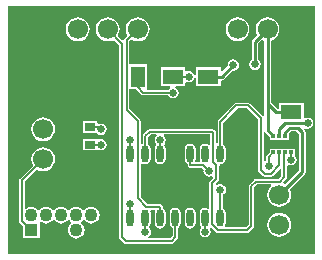
<source format=gbl>
G04 Layer_Physical_Order=2*
G04 Layer_Color=16711680*
%FSLAX44Y44*%
%MOMM*%
G71*
G01*
G75*
%ADD10R,1.8000X1.3000*%
%ADD12C,0.2540*%
%ADD13C,0.1524*%
%ADD15C,1.1000*%
%ADD16R,1.1000X1.1000*%
%ADD17C,1.7000*%
%ADD18C,0.6350*%
%ADD19R,4.0000X3.0000*%
%ADD20O,0.6000X1.4500*%
%ADD21R,0.9000X0.7000*%
%ADD22R,1.3000X1.8000*%
%ADD23R,0.3500X0.3500*%
%ADD24R,1.6000X0.6700*%
G36*
X1730000Y910000D02*
X1470000D01*
Y1120000D01*
X1730000D01*
Y910000D01*
D02*
G37*
%LPC*%
G36*
X1500000Y1000110D02*
X1497383Y999766D01*
X1494945Y998756D01*
X1492851Y997149D01*
X1491244Y995055D01*
X1490234Y992617D01*
X1489890Y990000D01*
X1490234Y987383D01*
X1491244Y984945D01*
X1491420Y984716D01*
X1480442Y973738D01*
X1479937Y972982D01*
X1479759Y972090D01*
Y937910D01*
X1479937Y937018D01*
X1480442Y936262D01*
X1482976Y933727D01*
Y922976D01*
X1497024D01*
Y935885D01*
X1497024Y936601D01*
X1498147Y937307D01*
X1498250Y937261D01*
X1499158Y936564D01*
X1500866Y935856D01*
X1502700Y935615D01*
X1504534Y935856D01*
X1506242Y936564D01*
X1507710Y937690D01*
X1508253Y938399D01*
X1509847D01*
X1510390Y937690D01*
X1511858Y936564D01*
X1513566Y935856D01*
X1515400Y935615D01*
X1517234Y935856D01*
X1518942Y936564D01*
X1520410Y937690D01*
X1520953Y938399D01*
X1522547D01*
X1523091Y937690D01*
X1523799Y937147D01*
Y935553D01*
X1523091Y935009D01*
X1521965Y933542D01*
X1521257Y931833D01*
X1521015Y930000D01*
X1521257Y928166D01*
X1521965Y926457D01*
X1523091Y924990D01*
X1524558Y923864D01*
X1526266Y923157D01*
X1528100Y922915D01*
X1529934Y923157D01*
X1531642Y923864D01*
X1533110Y924990D01*
X1534236Y926457D01*
X1534943Y928166D01*
X1535185Y930000D01*
X1534943Y931833D01*
X1534236Y933542D01*
X1533110Y935009D01*
X1532401Y935553D01*
Y937147D01*
X1533110Y937690D01*
X1533653Y938399D01*
X1535247D01*
X1535791Y937690D01*
X1537258Y936564D01*
X1538966Y935856D01*
X1540800Y935615D01*
X1542634Y935856D01*
X1544342Y936564D01*
X1545810Y937690D01*
X1546935Y939157D01*
X1547643Y940866D01*
X1547885Y942700D01*
X1547643Y944533D01*
X1546935Y946242D01*
X1545810Y947709D01*
X1544342Y948835D01*
X1542634Y949543D01*
X1540800Y949784D01*
X1538966Y949543D01*
X1537258Y948835D01*
X1535791Y947709D01*
X1535247Y947001D01*
X1533653D01*
X1533110Y947709D01*
X1531642Y948835D01*
X1529934Y949543D01*
X1528100Y949784D01*
X1526266Y949543D01*
X1524558Y948835D01*
X1523091Y947709D01*
X1522547Y947001D01*
X1520953D01*
X1520410Y947709D01*
X1518942Y948835D01*
X1517234Y949543D01*
X1515400Y949784D01*
X1513566Y949543D01*
X1511858Y948835D01*
X1510390Y947709D01*
X1509847Y947001D01*
X1508253D01*
X1507710Y947709D01*
X1506242Y948835D01*
X1504534Y949543D01*
X1502700Y949784D01*
X1500866Y949543D01*
X1499158Y948835D01*
X1497690Y947709D01*
X1497147Y947001D01*
X1495553D01*
X1495010Y947709D01*
X1493542Y948835D01*
X1491834Y949543D01*
X1490000Y949784D01*
X1488166Y949543D01*
X1486458Y948835D01*
X1485691Y948247D01*
X1484421Y948873D01*
Y971125D01*
X1494716Y981420D01*
X1494945Y981244D01*
X1497383Y980234D01*
X1500000Y979890D01*
X1502617Y980234D01*
X1505055Y981244D01*
X1507149Y982851D01*
X1508756Y984945D01*
X1509766Y987383D01*
X1510110Y990000D01*
X1509766Y992617D01*
X1508756Y995055D01*
X1507149Y997149D01*
X1505055Y998756D01*
X1502617Y999766D01*
X1500000Y1000110D01*
D02*
G37*
G36*
X1546024Y1007524D02*
X1546024Y1007524D01*
X1533976D01*
Y997476D01*
X1546024D01*
X1546024Y997476D01*
Y997476D01*
X1547294Y998027D01*
X1548892Y997709D01*
X1550725Y998074D01*
X1552280Y999112D01*
X1553318Y1000667D01*
X1553683Y1002500D01*
X1553318Y1004333D01*
X1552280Y1005888D01*
X1550725Y1006926D01*
X1548892Y1007291D01*
X1547294Y1006973D01*
X1546024Y1007524D01*
Y1007524D01*
D02*
G37*
G36*
X1700000Y944711D02*
X1697383Y944366D01*
X1694944Y943356D01*
X1692850Y941749D01*
X1691244Y939655D01*
X1690234Y937217D01*
X1689889Y934600D01*
X1690234Y931983D01*
X1691244Y929545D01*
X1692850Y927451D01*
X1694944Y925844D01*
X1697383Y924834D01*
X1700000Y924490D01*
X1702616Y924834D01*
X1705055Y925844D01*
X1707149Y927451D01*
X1708756Y929545D01*
X1709766Y931983D01*
X1710110Y934600D01*
X1709766Y937217D01*
X1708756Y939655D01*
X1707149Y941749D01*
X1705055Y943356D01*
X1702616Y944366D01*
X1700000Y944711D01*
D02*
G37*
G36*
X1624600Y948863D02*
X1622835Y948512D01*
X1621339Y947512D01*
X1620339Y946015D01*
X1619988Y944250D01*
Y935750D01*
X1620339Y933985D01*
X1621339Y932488D01*
X1622835Y931489D01*
X1624600Y931137D01*
X1626365Y931489D01*
X1627862Y932488D01*
X1628862Y933985D01*
X1629213Y935750D01*
Y944250D01*
X1628862Y946015D01*
X1627862Y947512D01*
X1626365Y948512D01*
X1624600Y948863D01*
D02*
G37*
G36*
X1500000Y1025510D02*
X1497383Y1025166D01*
X1494945Y1024156D01*
X1492851Y1022549D01*
X1491244Y1020455D01*
X1490234Y1018017D01*
X1489890Y1015400D01*
X1490234Y1012783D01*
X1491244Y1010345D01*
X1492851Y1008251D01*
X1494945Y1006644D01*
X1497383Y1005634D01*
X1500000Y1005290D01*
X1502617Y1005634D01*
X1505055Y1006644D01*
X1507149Y1008251D01*
X1508756Y1010345D01*
X1509766Y1012783D01*
X1510110Y1015400D01*
X1509766Y1018017D01*
X1508756Y1020455D01*
X1507149Y1022549D01*
X1505055Y1024156D01*
X1502617Y1025166D01*
X1500000Y1025510D01*
D02*
G37*
G36*
X1529200Y1110110D02*
X1526583Y1109766D01*
X1524145Y1108756D01*
X1522051Y1107149D01*
X1520444Y1105055D01*
X1519434Y1102617D01*
X1519089Y1100000D01*
X1519434Y1097383D01*
X1520444Y1094945D01*
X1522051Y1092851D01*
X1524145Y1091244D01*
X1526583Y1090234D01*
X1529200Y1089889D01*
X1531817Y1090234D01*
X1534255Y1091244D01*
X1536349Y1092851D01*
X1537956Y1094945D01*
X1538966Y1097383D01*
X1539310Y1100000D01*
X1538966Y1102617D01*
X1537956Y1105055D01*
X1536349Y1107149D01*
X1534255Y1108756D01*
X1531817Y1109766D01*
X1529200Y1110110D01*
D02*
G37*
G36*
X1690000D02*
X1687383Y1109766D01*
X1684945Y1108756D01*
X1682851Y1107149D01*
X1681244Y1105055D01*
X1680234Y1102617D01*
X1679890Y1100000D01*
X1680234Y1097383D01*
X1681148Y1095177D01*
X1677434Y1091462D01*
X1676816Y1090538D01*
X1676599Y1089448D01*
X1676599Y1089447D01*
Y1074104D01*
X1676060Y1073744D01*
X1675022Y1072189D01*
X1674657Y1070356D01*
X1675022Y1068523D01*
X1676060Y1066968D01*
X1677615Y1065930D01*
X1679448Y1065565D01*
X1681281Y1065930D01*
X1682836Y1066968D01*
X1683874Y1068523D01*
X1684239Y1070356D01*
X1683874Y1072189D01*
X1682836Y1073744D01*
X1682297Y1074104D01*
Y1088268D01*
X1685177Y1091148D01*
X1687151Y1090330D01*
Y1036974D01*
X1687151Y1036974D01*
X1687151Y1036974D01*
Y1027111D01*
X1686056Y1026714D01*
X1685881Y1026706D01*
X1675381Y1037206D01*
X1674625Y1037711D01*
X1673733Y1037889D01*
X1663700D01*
X1662808Y1037711D01*
X1662052Y1037206D01*
X1648352Y1023506D01*
X1647847Y1022750D01*
X1647670Y1021858D01*
Y1003856D01*
X1647489Y1003748D01*
X1646219Y1004467D01*
Y1012825D01*
X1646041Y1013717D01*
X1645536Y1014473D01*
X1645012Y1014997D01*
X1644256Y1015503D01*
X1643364Y1015680D01*
X1590199D01*
X1589308Y1015503D01*
X1588551Y1014997D01*
X1584852Y1011298D01*
X1584347Y1010542D01*
X1584169Y1009650D01*
Y1003544D01*
X1583735Y1003273D01*
X1582465Y1003978D01*
Y1022604D01*
X1582287Y1023496D01*
X1581782Y1024252D01*
X1573067Y1032967D01*
Y1049476D01*
X1578139D01*
X1578352Y1049156D01*
X1582677Y1044832D01*
X1583433Y1044327D01*
X1584325Y1044149D01*
X1605831D01*
X1606537Y1043092D01*
X1608092Y1042054D01*
X1609925Y1041689D01*
X1611759Y1042054D01*
X1613313Y1043092D01*
X1614352Y1044647D01*
X1614716Y1046480D01*
X1614352Y1048313D01*
X1613313Y1049868D01*
X1612059Y1050706D01*
X1612396Y1051976D01*
X1620524D01*
Y1054992D01*
X1620793Y1055136D01*
X1621794Y1055537D01*
X1623445Y1055209D01*
X1625278Y1055574D01*
X1626833Y1056612D01*
X1627871Y1058167D01*
X1628206Y1059847D01*
X1629476Y1059722D01*
Y1051976D01*
X1650524D01*
Y1056162D01*
X1651156Y1057151D01*
X1652246Y1057368D01*
X1653170Y1057986D01*
X1660495Y1065310D01*
X1661131Y1065184D01*
X1662964Y1065549D01*
X1664518Y1066587D01*
X1665557Y1068142D01*
X1665922Y1069975D01*
X1665557Y1071808D01*
X1664518Y1073363D01*
X1662964Y1074401D01*
X1661131Y1074766D01*
X1659297Y1074401D01*
X1657743Y1073363D01*
X1656704Y1071808D01*
X1656340Y1069975D01*
X1656466Y1069339D01*
X1651697Y1064570D01*
X1650524Y1065056D01*
Y1068024D01*
X1629476D01*
Y1060277D01*
X1628206Y1060152D01*
X1627871Y1061833D01*
X1626833Y1063388D01*
X1625278Y1064426D01*
X1623445Y1064791D01*
X1621794Y1064463D01*
X1620793Y1064864D01*
X1620524Y1065008D01*
Y1068024D01*
X1599476D01*
Y1051976D01*
X1607455D01*
X1607792Y1050706D01*
X1606537Y1049868D01*
X1605831Y1048811D01*
X1589019D01*
X1588024Y1049476D01*
Y1070524D01*
X1573067D01*
Y1089771D01*
X1574716Y1091420D01*
X1574945Y1091244D01*
X1577383Y1090234D01*
X1580000Y1089889D01*
X1582617Y1090234D01*
X1585055Y1091244D01*
X1587149Y1092851D01*
X1588756Y1094945D01*
X1589766Y1097383D01*
X1590110Y1100000D01*
X1589766Y1102617D01*
X1588756Y1105055D01*
X1587149Y1107149D01*
X1585055Y1108756D01*
X1582617Y1109766D01*
X1580000Y1110110D01*
X1577383Y1109766D01*
X1574945Y1108756D01*
X1572851Y1107149D01*
X1571244Y1105055D01*
X1570234Y1102617D01*
X1569889Y1100000D01*
X1570234Y1097383D01*
X1571244Y1094945D01*
X1571420Y1094716D01*
X1569088Y1092384D01*
X1568583Y1091628D01*
X1568497Y1091195D01*
X1567405Y1090750D01*
X1567142Y1090753D01*
X1563180Y1094716D01*
X1563356Y1094945D01*
X1564366Y1097383D01*
X1564710Y1100000D01*
X1564366Y1102617D01*
X1563356Y1105055D01*
X1561749Y1107149D01*
X1559655Y1108756D01*
X1557217Y1109766D01*
X1554600Y1110110D01*
X1551983Y1109766D01*
X1549545Y1108756D01*
X1547451Y1107149D01*
X1545844Y1105055D01*
X1544834Y1102617D01*
X1544489Y1100000D01*
X1544834Y1097383D01*
X1545844Y1094945D01*
X1547451Y1092851D01*
X1549545Y1091244D01*
X1551983Y1090234D01*
X1554600Y1089889D01*
X1557217Y1090234D01*
X1559655Y1091244D01*
X1559884Y1091420D01*
X1564341Y1086962D01*
Y923925D01*
X1564519Y923033D01*
X1565024Y922277D01*
X1568199Y919102D01*
X1568955Y918597D01*
X1569847Y918419D01*
X1608725D01*
X1609617Y918597D01*
X1610373Y919102D01*
X1613548Y922277D01*
X1614054Y923033D01*
X1614231Y923925D01*
Y931867D01*
X1615162Y932488D01*
X1616162Y933985D01*
X1616513Y935750D01*
Y944250D01*
X1616162Y946015D01*
X1615162Y947512D01*
X1613665Y948512D01*
X1611900Y948863D01*
X1610135Y948512D01*
X1608639Y947512D01*
X1607639Y946015D01*
X1607288Y944250D01*
Y935750D01*
X1607639Y933985D01*
X1608639Y932488D01*
X1609570Y931867D01*
Y924890D01*
X1607760Y923081D01*
X1589328D01*
X1588943Y924351D01*
X1589888Y924982D01*
X1590927Y926537D01*
X1591291Y928370D01*
X1590927Y930203D01*
X1590217Y931265D01*
X1589762Y932489D01*
X1590762Y933985D01*
X1591113Y935750D01*
Y944250D01*
X1590762Y946015D01*
X1590602Y946255D01*
X1591200Y947375D01*
X1594500D01*
X1595099Y946255D01*
X1594939Y946015D01*
X1594588Y944250D01*
Y935750D01*
X1594939Y933985D01*
X1595939Y932488D01*
X1597435Y931489D01*
X1599200Y931137D01*
X1600965Y931489D01*
X1602462Y932488D01*
X1603462Y933985D01*
X1603813Y935750D01*
Y944250D01*
X1603462Y946015D01*
X1602462Y947512D01*
X1601531Y948134D01*
Y949452D01*
X1601354Y950344D01*
X1600848Y951100D01*
X1600594Y951354D01*
X1599838Y951859D01*
X1598946Y952037D01*
X1588465D01*
X1582465Y958037D01*
Y986034D01*
X1583735Y986657D01*
X1584735Y985988D01*
X1586500Y985637D01*
X1588265Y985988D01*
X1589762Y986988D01*
X1590762Y988485D01*
X1591113Y990250D01*
Y998750D01*
X1590762Y1000515D01*
X1589762Y1002011D01*
X1588831Y1002634D01*
Y1008685D01*
X1591165Y1011019D01*
X1595810D01*
X1596195Y1009749D01*
X1595796Y1009482D01*
X1594758Y1007927D01*
X1594393Y1006094D01*
X1594758Y1004261D01*
X1595455Y1003216D01*
X1595939Y1002011D01*
X1594939Y1000515D01*
X1594588Y998750D01*
Y990250D01*
X1594939Y988485D01*
X1595939Y986988D01*
X1597435Y985988D01*
X1599200Y985637D01*
X1600965Y985988D01*
X1602462Y986988D01*
X1603462Y988485D01*
X1603813Y990250D01*
Y998750D01*
X1603462Y1000515D01*
X1602462Y1002011D01*
X1602923Y1003231D01*
X1603610Y1004261D01*
X1603975Y1006094D01*
X1603610Y1007927D01*
X1602572Y1009482D01*
X1602173Y1009749D01*
X1602558Y1011019D01*
X1641557D01*
Y1002634D01*
X1640287Y1002195D01*
X1639065Y1003011D01*
X1637300Y1003363D01*
X1635535Y1003011D01*
X1634039Y1002011D01*
X1633039Y1000515D01*
X1632688Y998750D01*
Y990250D01*
X1633013Y988613D01*
X1632944Y988259D01*
X1632455Y987343D01*
X1629446D01*
X1628956Y988259D01*
X1628887Y988613D01*
X1629213Y990250D01*
Y998750D01*
X1628862Y1000515D01*
X1627862Y1002011D01*
X1626365Y1003011D01*
X1624600Y1003363D01*
X1622835Y1003011D01*
X1621339Y1002011D01*
X1620339Y1000515D01*
X1619988Y998750D01*
Y990250D01*
X1620339Y988485D01*
X1621339Y986988D01*
X1622269Y986366D01*
Y985266D01*
X1622447Y984374D01*
X1622952Y983618D01*
X1623206Y983364D01*
X1623962Y982859D01*
X1624854Y982681D01*
X1634541D01*
X1635975Y981247D01*
X1635727Y980000D01*
X1636092Y978167D01*
X1637130Y976612D01*
X1638685Y975574D01*
X1640518Y975209D01*
X1642351Y975574D01*
X1642827Y975892D01*
X1643995Y975267D01*
X1644092Y974034D01*
X1641224Y971166D01*
X1640719Y970410D01*
X1640541Y969518D01*
Y948873D01*
X1639421Y948274D01*
X1639065Y948512D01*
X1637300Y948863D01*
X1635535Y948512D01*
X1634039Y947512D01*
X1633039Y946015D01*
X1632688Y944250D01*
Y935750D01*
X1633039Y933985D01*
X1634039Y932489D01*
X1633369Y931408D01*
X1632858Y930642D01*
X1632493Y928809D01*
X1632858Y926975D01*
X1633896Y925421D01*
X1635451Y924383D01*
X1637284Y924018D01*
X1639117Y924383D01*
X1640672Y925421D01*
X1641710Y926975D01*
X1642075Y928809D01*
X1641710Y930642D01*
X1641209Y931393D01*
X1641120Y931543D01*
X1641279Y931856D01*
X1642828Y932102D01*
X1646431Y928500D01*
X1647187Y927995D01*
X1648079Y927817D01*
X1672971D01*
X1673863Y927995D01*
X1674619Y928500D01*
X1678048Y931929D01*
X1678553Y932685D01*
X1678731Y933577D01*
Y966648D01*
X1680794Y968711D01*
X1692910D01*
X1693319Y967509D01*
X1692850Y967149D01*
X1691244Y965055D01*
X1690234Y962617D01*
X1689889Y960000D01*
X1690234Y957383D01*
X1691244Y954945D01*
X1692850Y952851D01*
X1694944Y951244D01*
X1697383Y950234D01*
X1700000Y949890D01*
X1702616Y950234D01*
X1705055Y951244D01*
X1707149Y952851D01*
X1708756Y954945D01*
X1709766Y957383D01*
X1710110Y960000D01*
X1709766Y962617D01*
X1708852Y964823D01*
X1721340Y977312D01*
X1721340Y977312D01*
X1721958Y978236D01*
X1722175Y979326D01*
X1722175Y979327D01*
Y1012825D01*
X1722175Y1012825D01*
X1721958Y1013915D01*
X1721340Y1014839D01*
X1720549Y1015631D01*
X1721358Y1016618D01*
X1722065Y1016146D01*
X1723898Y1015781D01*
X1725731Y1016146D01*
X1727286Y1017184D01*
X1728324Y1018739D01*
X1728689Y1020572D01*
X1728324Y1022405D01*
X1727286Y1023960D01*
X1725731Y1024998D01*
X1723898Y1025363D01*
X1722065Y1024998D01*
X1721644Y1024717D01*
X1720524Y1025316D01*
Y1038024D01*
X1699476D01*
Y1032849D01*
X1698154D01*
X1692849Y1038154D01*
Y1090330D01*
X1695055Y1091244D01*
X1697149Y1092851D01*
X1698756Y1094945D01*
X1699766Y1097383D01*
X1700111Y1100000D01*
X1699766Y1102617D01*
X1698756Y1105055D01*
X1697149Y1107149D01*
X1695055Y1108756D01*
X1692617Y1109766D01*
X1690000Y1110110D01*
D02*
G37*
G36*
X1664600D02*
X1661983Y1109766D01*
X1659545Y1108756D01*
X1657451Y1107149D01*
X1655844Y1105055D01*
X1654834Y1102617D01*
X1654490Y1100000D01*
X1654834Y1097383D01*
X1655844Y1094945D01*
X1657451Y1092851D01*
X1659545Y1091244D01*
X1661983Y1090234D01*
X1664600Y1089889D01*
X1667217Y1090234D01*
X1669655Y1091244D01*
X1671749Y1092851D01*
X1673356Y1094945D01*
X1674366Y1097383D01*
X1674711Y1100000D01*
X1674366Y1102617D01*
X1673356Y1105055D01*
X1671749Y1107149D01*
X1669655Y1108756D01*
X1667217Y1109766D01*
X1664600Y1110110D01*
D02*
G37*
G36*
X1546024Y1022524D02*
X1533976D01*
Y1012476D01*
X1545194D01*
X1545504Y1012012D01*
X1547059Y1010974D01*
X1548892Y1010609D01*
X1550725Y1010974D01*
X1552280Y1012012D01*
X1553318Y1013567D01*
X1553683Y1015400D01*
X1553318Y1017234D01*
X1552280Y1018788D01*
X1550725Y1019826D01*
X1548892Y1020191D01*
X1547294Y1019873D01*
X1546024Y1020546D01*
Y1022524D01*
D02*
G37*
%LPD*%
G36*
X1716477Y1011645D02*
Y980506D01*
X1704866Y968896D01*
X1703746Y969318D01*
X1703452Y970795D01*
X1705734Y973077D01*
X1706239Y973833D01*
X1706417Y974725D01*
Y984751D01*
X1707687Y985430D01*
X1708095Y985158D01*
X1709928Y984793D01*
X1711761Y985158D01*
X1713316Y986196D01*
X1714354Y987751D01*
X1714719Y989584D01*
X1714354Y991417D01*
X1713316Y992972D01*
X1713274Y993000D01*
Y999074D01*
X1691726D01*
Y995822D01*
X1689230Y993326D01*
X1688725Y992570D01*
X1688547Y991678D01*
Y988883D01*
X1687875Y988434D01*
X1686605Y989057D01*
Y1012766D01*
X1687875Y1013151D01*
X1687986Y1012985D01*
X1691726Y1009245D01*
Y1006725D01*
X1708274D01*
Y1012070D01*
X1709863Y1013659D01*
X1714463D01*
X1716477Y1011645D01*
D02*
G37*
G36*
X1681943Y1024052D02*
Y981075D01*
X1682121Y980183D01*
X1682626Y979427D01*
X1686055Y975998D01*
X1686811Y975493D01*
X1687703Y975315D01*
X1692656D01*
X1693548Y975493D01*
X1694304Y975998D01*
X1700485Y982179D01*
X1701755Y981653D01*
Y975690D01*
X1699438Y973373D01*
X1679829D01*
X1678937Y973195D01*
X1678181Y972690D01*
X1674752Y969261D01*
X1674247Y968505D01*
X1674069Y967613D01*
Y934542D01*
X1672006Y932479D01*
X1654783D01*
X1654104Y933749D01*
X1654262Y933985D01*
X1654613Y935750D01*
Y944250D01*
X1654262Y946015D01*
X1653262Y947512D01*
X1652331Y948134D01*
Y960328D01*
X1653388Y961034D01*
X1654427Y962588D01*
X1654791Y964422D01*
X1654427Y966255D01*
X1653388Y967810D01*
X1651834Y968848D01*
X1650000Y969213D01*
X1648167Y968848D01*
X1647311Y968276D01*
X1645868Y968808D01*
X1645786Y969136D01*
X1648076Y971426D01*
X1648581Y972182D01*
X1648759Y973074D01*
Y984589D01*
X1649513Y985425D01*
X1649926Y985652D01*
X1650000Y985637D01*
X1651765Y985988D01*
X1653262Y986988D01*
X1654262Y988485D01*
X1654613Y990250D01*
Y998750D01*
X1654262Y1000515D01*
X1653262Y1002011D01*
X1652331Y1002634D01*
Y1020893D01*
X1664665Y1033227D01*
X1672768D01*
X1681943Y1024052D01*
D02*
G37*
D10*
X1640000Y1060000D02*
D03*
Y1031500D02*
D03*
X1610000Y1060000D02*
D03*
Y1031500D02*
D03*
X1710000Y1030000D02*
D03*
Y1058500D02*
D03*
D12*
X1690000Y1014999D02*
Y1036974D01*
X1651155Y1060000D02*
X1661131Y1069975D01*
X1640000Y1060000D02*
X1651155D01*
X1696974Y1030000D02*
X1710000D01*
X1690000Y1036974D02*
X1696974Y1030000D01*
X1690000Y1036974D02*
Y1100000D01*
X1679448Y1070356D02*
Y1089448D01*
X1690000Y1100000D01*
Y1014999D02*
X1695000Y1009999D01*
X1700000D02*
Y1016000D01*
X1704572Y1020572D01*
X1723898D01*
X1705000Y1009999D02*
Y1012825D01*
X1708683Y1016508D01*
X1715643D01*
X1719326Y1012825D01*
Y979326D02*
Y1012825D01*
X1700000Y960000D02*
X1719326Y979326D01*
D13*
X1573784Y994500D02*
Y1006094D01*
X1612138Y967250D02*
Y976884D01*
X1482090Y972090D02*
X1500000Y990000D01*
X1482090Y937910D02*
Y972090D01*
Y937910D02*
X1490000Y930000D01*
X1599200Y940000D02*
Y949452D01*
X1598946Y949706D02*
X1599200Y949452D01*
X1587500Y949706D02*
X1598946D01*
X1580134Y957072D02*
X1587500Y949706D01*
X1580134Y957072D02*
Y1022604D01*
X1570736Y1032002D02*
X1580134Y1022604D01*
X1570736Y1032002D02*
Y1090736D01*
X1580000Y1100000D01*
X1637300Y928825D02*
Y940000D01*
X1637284Y928809D02*
X1637300Y928825D01*
X1586500Y994500D02*
Y1009650D01*
X1590199Y1013349D01*
X1643364D01*
X1643888Y1012825D01*
Y987552D02*
Y1012825D01*
Y987552D02*
X1646428Y985012D01*
Y973074D02*
Y985012D01*
X1642872Y969518D02*
X1646428Y973074D01*
X1642872Y935355D02*
Y969518D01*
Y935355D02*
X1648079Y930148D01*
X1672971D01*
X1676400Y933577D01*
Y967613D01*
X1679829Y971042D01*
X1700403D01*
X1704086Y974725D01*
Y994886D01*
X1705000Y995800D01*
X1580000Y1050805D02*
Y1060000D01*
Y1050805D02*
X1584325Y1046480D01*
X1609925D01*
X1610000Y1060000D02*
X1623445D01*
X1554600Y1100000D02*
X1566672Y1087928D01*
Y923925D02*
Y1087928D01*
Y923925D02*
X1569847Y920750D01*
X1608725D01*
X1611900Y923925D01*
Y940000D01*
X1586500Y928370D02*
Y940000D01*
X1656604Y951500D02*
X1670000Y964896D01*
Y1028555D01*
X1596555Y1031500D02*
X1610000D01*
X1611900Y967250D02*
X1612138D01*
X1611900Y977122D02*
X1612138Y976884D01*
X1611900Y977122D02*
Y994500D01*
X1710000Y1009999D02*
X1714754Y1005246D01*
Y1004738D02*
Y1005246D01*
X1712916Y1002900D02*
X1714754Y1004738D01*
X1702500Y1002900D02*
X1712916D01*
X1700000Y984990D02*
Y995800D01*
X1692656Y977646D02*
X1700000Y984990D01*
X1687703Y977646D02*
X1692656D01*
X1684274Y981075D02*
X1687703Y977646D01*
X1684274Y981075D02*
Y1025017D01*
X1673733Y1035558D02*
X1684274Y1025017D01*
X1663700Y1035558D02*
X1673733D01*
X1650000Y1021858D02*
X1663700Y1035558D01*
X1650000Y994500D02*
Y1021858D01*
X1540000Y1002500D02*
X1548892D01*
X1650000Y940000D02*
Y964422D01*
X1573784Y994500D02*
X1573800D01*
X1690878Y984250D02*
Y991678D01*
X1695000Y995800D01*
X1710000Y989656D02*
Y995800D01*
X1709928Y989584D02*
X1710000Y989656D01*
X1599184Y1006094D02*
X1599200Y1006078D01*
Y994500D02*
Y1006078D01*
X1573800Y940000D02*
Y951722D01*
X1573784Y951738D02*
X1573800Y951722D01*
X1624600Y985266D02*
Y994500D01*
Y985266D02*
X1624854Y985012D01*
X1635506D01*
X1640518Y980000D01*
X1540000Y1017500D02*
X1546792D01*
X1548892Y1015400D01*
D15*
X1540800Y942700D02*
D03*
X1528100D02*
D03*
X1515400D02*
D03*
X1502700D02*
D03*
X1490000D02*
D03*
X1540800Y930000D02*
D03*
X1528100D02*
D03*
X1515400D02*
D03*
X1502700D02*
D03*
D16*
X1490000D02*
D03*
D17*
X1700000Y960000D02*
D03*
Y934600D02*
D03*
X1639200Y1100000D02*
D03*
X1664600D02*
D03*
X1690000D02*
D03*
X1500000Y990000D02*
D03*
Y1015400D02*
D03*
Y1040800D02*
D03*
X1529200Y1100000D02*
D03*
X1554600D02*
D03*
X1580000D02*
D03*
X1503800D02*
D03*
D18*
X1637284Y928809D02*
D03*
X1661131Y1069975D02*
D03*
X1679448Y1070356D02*
D03*
X1609925Y1046480D02*
D03*
X1623445Y1060000D02*
D03*
X1586500Y928370D02*
D03*
X1656604Y951500D02*
D03*
X1670000Y1028555D02*
D03*
X1596555Y1031500D02*
D03*
X1548892Y1002500D02*
D03*
X1650000Y964422D02*
D03*
X1723898Y1020572D02*
D03*
X1573784Y1006094D02*
D03*
X1690878Y984250D02*
D03*
X1709928Y989584D02*
D03*
X1599184Y1006094D02*
D03*
X1573784Y951738D02*
D03*
X1640518Y980000D02*
D03*
X1548892Y1015400D02*
D03*
D19*
X1611900Y967250D02*
D03*
D20*
X1573800Y994500D02*
D03*
X1586500D02*
D03*
X1599200D02*
D03*
X1611900D02*
D03*
X1624600D02*
D03*
X1637300D02*
D03*
X1650000D02*
D03*
X1573800Y940000D02*
D03*
X1586500D02*
D03*
X1599200D02*
D03*
X1611900D02*
D03*
X1624600D02*
D03*
X1637300D02*
D03*
X1650000D02*
D03*
D21*
X1540000Y1002500D02*
D03*
Y1017500D02*
D03*
D22*
X1580000Y1060000D02*
D03*
X1551500D02*
D03*
D23*
X1695000Y1009999D02*
D03*
X1700000D02*
D03*
X1705000D02*
D03*
X1710000D02*
D03*
X1695000Y995800D02*
D03*
X1700000D02*
D03*
X1705000D02*
D03*
X1710000D02*
D03*
D24*
X1702500Y1002900D02*
D03*
M02*

</source>
